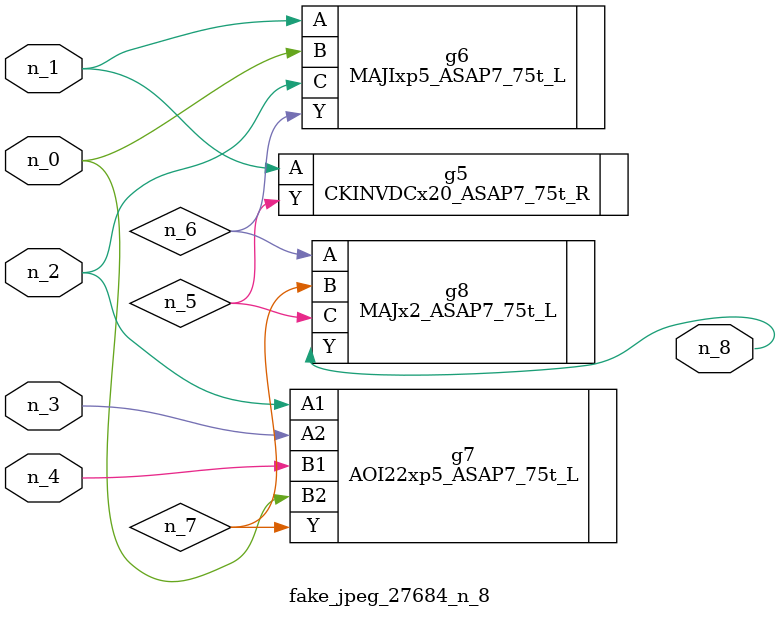
<source format=v>
module fake_jpeg_27684_n_8 (n_3, n_2, n_1, n_0, n_4, n_8);

input n_3;
input n_2;
input n_1;
input n_0;
input n_4;

output n_8;

wire n_6;
wire n_5;
wire n_7;

CKINVDCx20_ASAP7_75t_R g5 ( 
.A(n_1),
.Y(n_5)
);

MAJIxp5_ASAP7_75t_L g6 ( 
.A(n_1),
.B(n_0),
.C(n_2),
.Y(n_6)
);

AOI22xp5_ASAP7_75t_L g7 ( 
.A1(n_2),
.A2(n_3),
.B1(n_4),
.B2(n_0),
.Y(n_7)
);

MAJx2_ASAP7_75t_L g8 ( 
.A(n_6),
.B(n_7),
.C(n_5),
.Y(n_8)
);


endmodule
</source>
